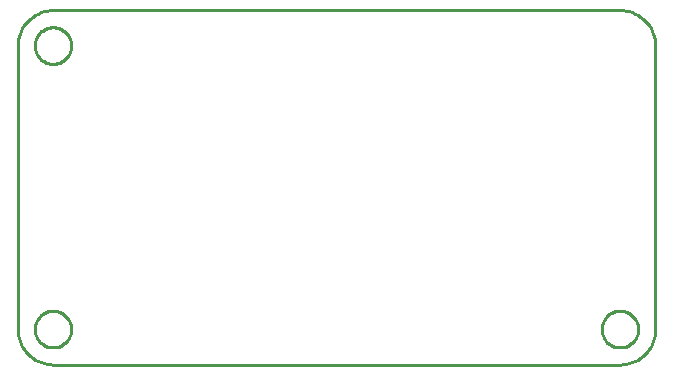
<source format=gbr>
G04 EAGLE Gerber RS-274X export*
G75*
%MOMM*%
%FSLAX34Y34*%
%LPD*%
%IN*%
%IPPOS*%
%AMOC8*
5,1,8,0,0,1.08239X$1,22.5*%
G01*
%ADD10C,0.254000*%


D10*
X0Y30000D02*
X114Y27385D01*
X456Y24791D01*
X1022Y22235D01*
X1809Y19739D01*
X2811Y17321D01*
X4019Y15000D01*
X5425Y12793D01*
X7019Y10716D01*
X8787Y8787D01*
X10716Y7019D01*
X12793Y5425D01*
X15000Y4019D01*
X17321Y2811D01*
X19739Y1809D01*
X22235Y1022D01*
X24791Y456D01*
X27385Y114D01*
X30000Y0D01*
X510000Y0D01*
X512615Y114D01*
X515209Y456D01*
X517765Y1022D01*
X520261Y1809D01*
X522679Y2811D01*
X525000Y4019D01*
X527207Y5425D01*
X529284Y7019D01*
X531213Y8787D01*
X532981Y10716D01*
X534575Y12793D01*
X535981Y15000D01*
X537189Y17321D01*
X538191Y19739D01*
X538978Y22235D01*
X539544Y24791D01*
X539886Y27385D01*
X540000Y30000D01*
X540000Y270000D01*
X539886Y272615D01*
X539544Y275209D01*
X538978Y277765D01*
X538191Y280261D01*
X537189Y282679D01*
X535981Y285000D01*
X534575Y287207D01*
X532981Y289284D01*
X531213Y291213D01*
X529284Y292981D01*
X527207Y294575D01*
X525000Y295981D01*
X522679Y297189D01*
X520261Y298191D01*
X517765Y298978D01*
X515209Y299544D01*
X512615Y299886D01*
X510000Y300000D01*
X30000Y300000D01*
X27385Y299886D01*
X24791Y299544D01*
X22235Y298978D01*
X19739Y298191D01*
X17321Y297189D01*
X15000Y295981D01*
X12793Y294575D01*
X10716Y292981D01*
X8787Y291213D01*
X7019Y289284D01*
X5425Y287207D01*
X4019Y285000D01*
X2811Y282679D01*
X1809Y280261D01*
X1022Y277765D01*
X456Y275209D01*
X114Y272615D01*
X0Y270000D01*
X0Y30000D01*
X45500Y269446D02*
X45421Y268342D01*
X45263Y267246D01*
X45028Y266164D01*
X44716Y265102D01*
X44329Y264065D01*
X43869Y263058D01*
X43339Y262086D01*
X42740Y261154D01*
X42077Y260268D01*
X41352Y259431D01*
X40569Y258648D01*
X39732Y257923D01*
X38846Y257260D01*
X37914Y256661D01*
X36943Y256131D01*
X35935Y255671D01*
X34898Y255284D01*
X33836Y254972D01*
X32754Y254737D01*
X31658Y254579D01*
X30554Y254500D01*
X29446Y254500D01*
X28342Y254579D01*
X27246Y254737D01*
X26164Y254972D01*
X25102Y255284D01*
X24065Y255671D01*
X23058Y256131D01*
X22086Y256661D01*
X21154Y257260D01*
X20268Y257923D01*
X19431Y258648D01*
X18648Y259431D01*
X17923Y260268D01*
X17260Y261154D01*
X16661Y262086D01*
X16131Y263058D01*
X15671Y264065D01*
X15284Y265102D01*
X14972Y266164D01*
X14737Y267246D01*
X14579Y268342D01*
X14500Y269446D01*
X14500Y270554D01*
X14579Y271658D01*
X14737Y272754D01*
X14972Y273836D01*
X15284Y274898D01*
X15671Y275935D01*
X16131Y276943D01*
X16661Y277914D01*
X17260Y278846D01*
X17923Y279732D01*
X18648Y280569D01*
X19431Y281352D01*
X20268Y282077D01*
X21154Y282740D01*
X22086Y283339D01*
X23058Y283869D01*
X24065Y284329D01*
X25102Y284716D01*
X26164Y285028D01*
X27246Y285263D01*
X28342Y285421D01*
X29446Y285500D01*
X30554Y285500D01*
X31658Y285421D01*
X32754Y285263D01*
X33836Y285028D01*
X34898Y284716D01*
X35935Y284329D01*
X36943Y283869D01*
X37914Y283339D01*
X38846Y282740D01*
X39732Y282077D01*
X40569Y281352D01*
X41352Y280569D01*
X42077Y279732D01*
X42740Y278846D01*
X43339Y277914D01*
X43869Y276943D01*
X44329Y275935D01*
X44716Y274898D01*
X45028Y273836D01*
X45263Y272754D01*
X45421Y271658D01*
X45500Y270554D01*
X45500Y269446D01*
X525500Y29446D02*
X525421Y28342D01*
X525263Y27246D01*
X525028Y26164D01*
X524716Y25102D01*
X524329Y24065D01*
X523869Y23058D01*
X523339Y22086D01*
X522740Y21154D01*
X522077Y20268D01*
X521352Y19431D01*
X520569Y18648D01*
X519732Y17923D01*
X518846Y17260D01*
X517914Y16661D01*
X516943Y16131D01*
X515935Y15671D01*
X514898Y15284D01*
X513836Y14972D01*
X512754Y14737D01*
X511658Y14579D01*
X510554Y14500D01*
X509446Y14500D01*
X508342Y14579D01*
X507246Y14737D01*
X506164Y14972D01*
X505102Y15284D01*
X504065Y15671D01*
X503058Y16131D01*
X502086Y16661D01*
X501154Y17260D01*
X500268Y17923D01*
X499431Y18648D01*
X498648Y19431D01*
X497923Y20268D01*
X497260Y21154D01*
X496661Y22086D01*
X496131Y23058D01*
X495671Y24065D01*
X495284Y25102D01*
X494972Y26164D01*
X494737Y27246D01*
X494579Y28342D01*
X494500Y29446D01*
X494500Y30554D01*
X494579Y31658D01*
X494737Y32754D01*
X494972Y33836D01*
X495284Y34898D01*
X495671Y35935D01*
X496131Y36943D01*
X496661Y37914D01*
X497260Y38846D01*
X497923Y39732D01*
X498648Y40569D01*
X499431Y41352D01*
X500268Y42077D01*
X501154Y42740D01*
X502086Y43339D01*
X503058Y43869D01*
X504065Y44329D01*
X505102Y44716D01*
X506164Y45028D01*
X507246Y45263D01*
X508342Y45421D01*
X509446Y45500D01*
X510554Y45500D01*
X511658Y45421D01*
X512754Y45263D01*
X513836Y45028D01*
X514898Y44716D01*
X515935Y44329D01*
X516943Y43869D01*
X517914Y43339D01*
X518846Y42740D01*
X519732Y42077D01*
X520569Y41352D01*
X521352Y40569D01*
X522077Y39732D01*
X522740Y38846D01*
X523339Y37914D01*
X523869Y36943D01*
X524329Y35935D01*
X524716Y34898D01*
X525028Y33836D01*
X525263Y32754D01*
X525421Y31658D01*
X525500Y30554D01*
X525500Y29446D01*
X45500Y29446D02*
X45421Y28342D01*
X45263Y27246D01*
X45028Y26164D01*
X44716Y25102D01*
X44329Y24065D01*
X43869Y23058D01*
X43339Y22086D01*
X42740Y21154D01*
X42077Y20268D01*
X41352Y19431D01*
X40569Y18648D01*
X39732Y17923D01*
X38846Y17260D01*
X37914Y16661D01*
X36943Y16131D01*
X35935Y15671D01*
X34898Y15284D01*
X33836Y14972D01*
X32754Y14737D01*
X31658Y14579D01*
X30554Y14500D01*
X29446Y14500D01*
X28342Y14579D01*
X27246Y14737D01*
X26164Y14972D01*
X25102Y15284D01*
X24065Y15671D01*
X23058Y16131D01*
X22086Y16661D01*
X21154Y17260D01*
X20268Y17923D01*
X19431Y18648D01*
X18648Y19431D01*
X17923Y20268D01*
X17260Y21154D01*
X16661Y22086D01*
X16131Y23058D01*
X15671Y24065D01*
X15284Y25102D01*
X14972Y26164D01*
X14737Y27246D01*
X14579Y28342D01*
X14500Y29446D01*
X14500Y30554D01*
X14579Y31658D01*
X14737Y32754D01*
X14972Y33836D01*
X15284Y34898D01*
X15671Y35935D01*
X16131Y36943D01*
X16661Y37914D01*
X17260Y38846D01*
X17923Y39732D01*
X18648Y40569D01*
X19431Y41352D01*
X20268Y42077D01*
X21154Y42740D01*
X22086Y43339D01*
X23058Y43869D01*
X24065Y44329D01*
X25102Y44716D01*
X26164Y45028D01*
X27246Y45263D01*
X28342Y45421D01*
X29446Y45500D01*
X30554Y45500D01*
X31658Y45421D01*
X32754Y45263D01*
X33836Y45028D01*
X34898Y44716D01*
X35935Y44329D01*
X36943Y43869D01*
X37914Y43339D01*
X38846Y42740D01*
X39732Y42077D01*
X40569Y41352D01*
X41352Y40569D01*
X42077Y39732D01*
X42740Y38846D01*
X43339Y37914D01*
X43869Y36943D01*
X44329Y35935D01*
X44716Y34898D01*
X45028Y33836D01*
X45263Y32754D01*
X45421Y31658D01*
X45500Y30554D01*
X45500Y29446D01*
M02*

</source>
